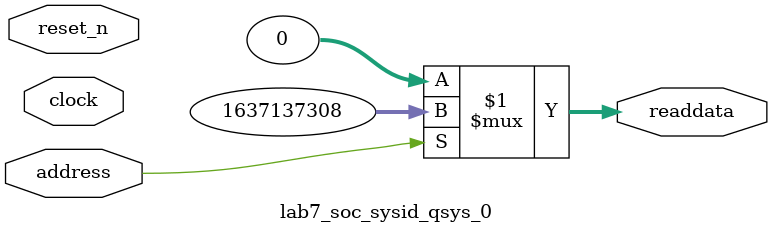
<source format=v>



// synthesis translate_off
`timescale 1ns / 1ps
// synthesis translate_on

// turn off superfluous verilog processor warnings 
// altera message_level Level1 
// altera message_off 10034 10035 10036 10037 10230 10240 10030 

module lab7_soc_sysid_qsys_0 (
               // inputs:
                address,
                clock,
                reset_n,

               // outputs:
                readdata
             )
;

  output  [ 31: 0] readdata;
  input            address;
  input            clock;
  input            reset_n;

  wire    [ 31: 0] readdata;
  //control_slave, which is an e_avalon_slave
  assign readdata = address ? 1637137308 : 0;

endmodule



</source>
